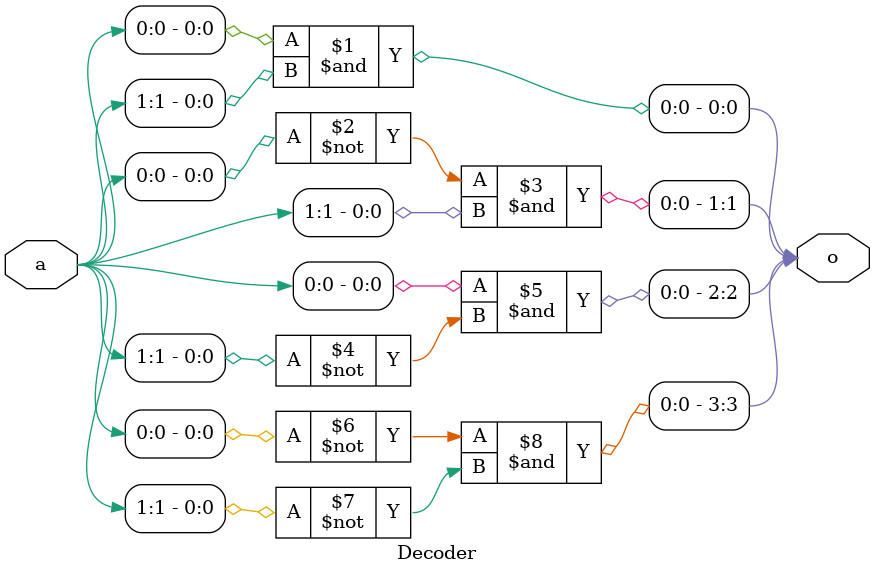
<source format=v>
`timescale 1ns / 1ps


module Decoder(input [1:0] a, output [3:0] o);
     assign o[0] = a[0] & a[1];
     assign o[1] = (~a[0]) & a[1];
     assign o[2] = a[0] & (~a[1]);
     assign o[3] = (~a[0]) & (~a[1]);
endmodule

</source>
